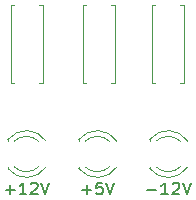
<source format=gbr>
G04 #@! TF.GenerationSoftware,KiCad,Pcbnew,(5.1.9)-1*
G04 #@! TF.CreationDate,2021-04-04T18:01:09+02:00*
G04 #@! TF.ProjectId,Power Modul Main,506f7765-7220-44d6-9f64-756c204d6169,rev?*
G04 #@! TF.SameCoordinates,Original*
G04 #@! TF.FileFunction,Legend,Top*
G04 #@! TF.FilePolarity,Positive*
%FSLAX46Y46*%
G04 Gerber Fmt 4.6, Leading zero omitted, Abs format (unit mm)*
G04 Created by KiCad (PCBNEW (5.1.9)-1) date 2021-04-04 18:01:09*
%MOMM*%
%LPD*%
G01*
G04 APERTURE LIST*
%ADD10C,0.120000*%
%ADD11C,0.150000*%
G04 APERTURE END LIST*
D10*
G04 #@! TO.C,R3*
X16229000Y-39656000D02*
X15899000Y-39656000D01*
X16229000Y-46196000D02*
X16229000Y-39656000D01*
X15899000Y-46196000D02*
X16229000Y-46196000D01*
X13489000Y-39656000D02*
X13819000Y-39656000D01*
X13489000Y-46196000D02*
X13489000Y-39656000D01*
X13819000Y-46196000D02*
X13489000Y-46196000D01*
G04 #@! TO.C,R2*
X7647000Y-46196000D02*
X7977000Y-46196000D01*
X7647000Y-39656000D02*
X7647000Y-46196000D01*
X7977000Y-39656000D02*
X7647000Y-39656000D01*
X10387000Y-46196000D02*
X10057000Y-46196000D01*
X10387000Y-39656000D02*
X10387000Y-46196000D01*
X10057000Y-39656000D02*
X10387000Y-39656000D01*
G04 #@! TO.C,R1*
X1551000Y-46196000D02*
X1881000Y-46196000D01*
X1551000Y-39656000D02*
X1551000Y-46196000D01*
X1881000Y-39656000D02*
X1551000Y-39656000D01*
X4291000Y-46196000D02*
X3961000Y-46196000D01*
X4291000Y-39656000D02*
X4291000Y-46196000D01*
X3961000Y-39656000D02*
X4291000Y-39656000D01*
G04 #@! TO.C,D3*
X13330000Y-53330000D02*
X13330000Y-53486000D01*
X13330000Y-51014000D02*
X13330000Y-51170000D01*
X15931130Y-53329837D02*
G75*
G02*
X13849039Y-53330000I-1041130J1079837D01*
G01*
X15931130Y-51170163D02*
G75*
G03*
X13849039Y-51170000I-1041130J-1079837D01*
G01*
X16562335Y-53328608D02*
G75*
G02*
X13330000Y-53485516I-1672335J1078608D01*
G01*
X16562335Y-51171392D02*
G75*
G03*
X13330000Y-51014484I-1672335J-1078608D01*
G01*
G04 #@! TO.C,D2*
X7330000Y-53330000D02*
X7330000Y-53486000D01*
X7330000Y-51014000D02*
X7330000Y-51170000D01*
X9931130Y-53329837D02*
G75*
G02*
X7849039Y-53330000I-1041130J1079837D01*
G01*
X9931130Y-51170163D02*
G75*
G03*
X7849039Y-51170000I-1041130J-1079837D01*
G01*
X10562335Y-53328608D02*
G75*
G02*
X7330000Y-53485516I-1672335J1078608D01*
G01*
X10562335Y-51171392D02*
G75*
G03*
X7330000Y-51014484I-1672335J-1078608D01*
G01*
G04 #@! TO.C,D1*
X1330000Y-53330000D02*
X1330000Y-53486000D01*
X1330000Y-51014000D02*
X1330000Y-51170000D01*
X3931130Y-53329837D02*
G75*
G02*
X1849039Y-53330000I-1041130J1079837D01*
G01*
X3931130Y-51170163D02*
G75*
G03*
X1849039Y-51170000I-1041130J-1079837D01*
G01*
X4562335Y-53328608D02*
G75*
G02*
X1330000Y-53485516I-1672335J1078608D01*
G01*
X4562335Y-51171392D02*
G75*
G03*
X1330000Y-51014484I-1672335J-1078608D01*
G01*
G04 #@! TO.C,D3*
D11*
X13128095Y-55281428D02*
X13890000Y-55281428D01*
X14890000Y-55662380D02*
X14318571Y-55662380D01*
X14604285Y-55662380D02*
X14604285Y-54662380D01*
X14509047Y-54805238D01*
X14413809Y-54900476D01*
X14318571Y-54948095D01*
X15270952Y-54757619D02*
X15318571Y-54710000D01*
X15413809Y-54662380D01*
X15651904Y-54662380D01*
X15747142Y-54710000D01*
X15794761Y-54757619D01*
X15842380Y-54852857D01*
X15842380Y-54948095D01*
X15794761Y-55090952D01*
X15223333Y-55662380D01*
X15842380Y-55662380D01*
X16128095Y-54662380D02*
X16461428Y-55662380D01*
X16794761Y-54662380D01*
G04 #@! TO.C,D2*
X7604285Y-55281428D02*
X8366190Y-55281428D01*
X7985238Y-55662380D02*
X7985238Y-54900476D01*
X9318571Y-54662380D02*
X8842380Y-54662380D01*
X8794761Y-55138571D01*
X8842380Y-55090952D01*
X8937619Y-55043333D01*
X9175714Y-55043333D01*
X9270952Y-55090952D01*
X9318571Y-55138571D01*
X9366190Y-55233809D01*
X9366190Y-55471904D01*
X9318571Y-55567142D01*
X9270952Y-55614761D01*
X9175714Y-55662380D01*
X8937619Y-55662380D01*
X8842380Y-55614761D01*
X8794761Y-55567142D01*
X9651904Y-54662380D02*
X9985238Y-55662380D01*
X10318571Y-54662380D01*
G04 #@! TO.C,D1*
X1128095Y-55281428D02*
X1890000Y-55281428D01*
X1509047Y-55662380D02*
X1509047Y-54900476D01*
X2890000Y-55662380D02*
X2318571Y-55662380D01*
X2604285Y-55662380D02*
X2604285Y-54662380D01*
X2509047Y-54805238D01*
X2413809Y-54900476D01*
X2318571Y-54948095D01*
X3270952Y-54757619D02*
X3318571Y-54710000D01*
X3413809Y-54662380D01*
X3651904Y-54662380D01*
X3747142Y-54710000D01*
X3794761Y-54757619D01*
X3842380Y-54852857D01*
X3842380Y-54948095D01*
X3794761Y-55090952D01*
X3223333Y-55662380D01*
X3842380Y-55662380D01*
X4128095Y-54662380D02*
X4461428Y-55662380D01*
X4794761Y-54662380D01*
G04 #@! TD*
M02*

</source>
